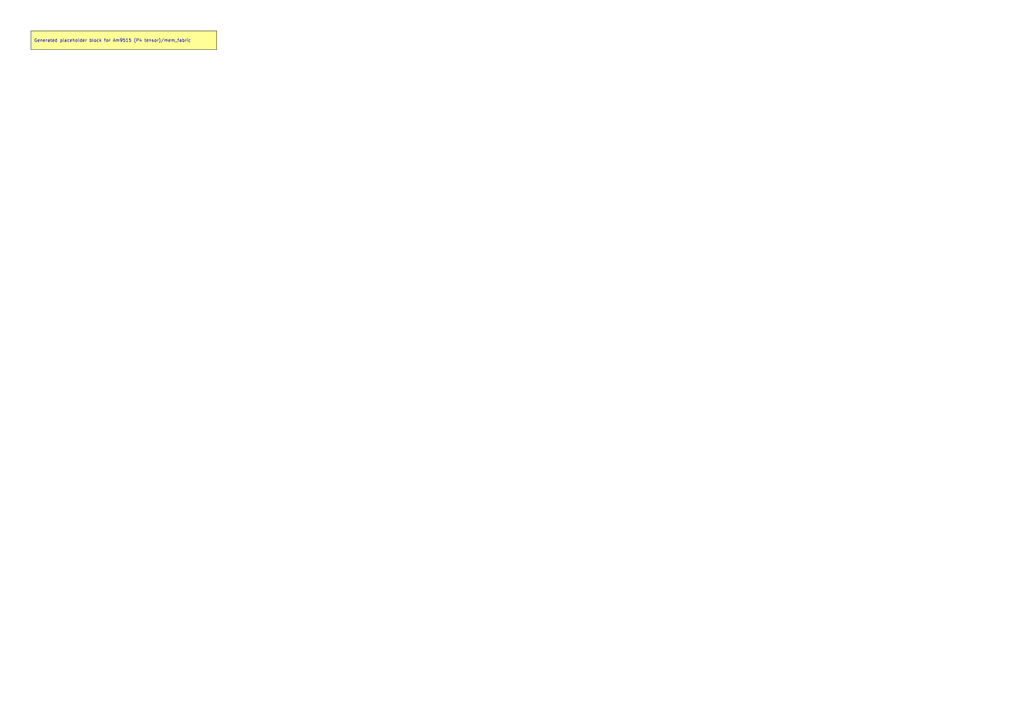
<source format=kicad_sch>
(kicad_sch
	(version 20250114)
	(generator "kicadgen")
	(generator_version "0.2")
	(uuid "883c4b97-80bd-5605-8571-b0d94109cf01")
	(paper "A3")
	(title_block
		(title "Am9515 (P4 tensor)::mem_fabric")
		(company "Project Carbon")
		(comment 1 "Generated - do not edit in generated/")
		(comment 2 "Edit in schem/kicad9/manual/ or refine mapping specs")
	)
	(lib_symbols)
	(text_box
		"Generated placeholder block for Am9515 (P4 tensor)/mem_fabric"
		(exclude_from_sim no)
		(at
			12.7
			12.7
			0
		)
		(size 76.2 7.62)
		(margins
			1.27
			1.27
			1.27
			1.27
		)
		(stroke
			(width 0)
			(type default)
			(color
				0
				0
				0
				1
			)
		)
		(fill
			(type color)
			(color
				255
				255
				150
				1
			)
		)
		(effects
			(font
				(size 1.27 1.27)
			)
			(justify left)
		)
		(uuid "7037d9a0-842e-57fc-bfe7-87dd7b6addb6")
	)
	(sheet_instances
		(path
			"/"
			(page "1")
		)
	)
	(embedded_fonts no)
)

</source>
